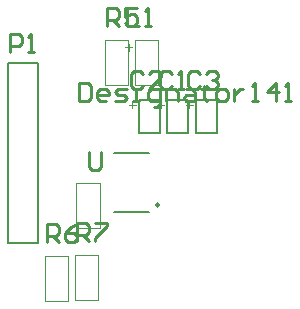
<source format=gto>
G04*
G04 #@! TF.GenerationSoftware,Altium Limited,Altium Designer,22.9.1 (49)*
G04*
G04 Layer_Color=65535*
%FSLAX25Y25*%
%MOIN*%
G70*
G04*
G04 #@! TF.SameCoordinates,238DCCA7-EAB9-45AF-8392-884DA2B8F986*
G04*
G04*
G04 #@! TF.FilePolarity,Positive*
G04*
G01*
G75*
%ADD10C,0.00787*%
%ADD11C,0.00394*%
%ADD12C,0.01000*%
D10*
X65781Y35559D02*
G03*
X65781Y35559I-557J0D01*
G01*
X68457Y70661D02*
X75543D01*
X68457Y59638D02*
Y70661D01*
Y59638D02*
X75543D01*
Y70661D01*
X58957D02*
X66043D01*
X58957Y59638D02*
Y70661D01*
Y59638D02*
X66043D01*
Y70661D01*
X77957D02*
X85043D01*
X77957Y59638D02*
Y70661D01*
Y59638D02*
X85043D01*
Y70661D01*
X50657Y52882D02*
X62468D01*
X50657Y33197D02*
X62468D01*
X15500Y83000D02*
X25500D01*
X15500Y23000D02*
X25500D01*
X15500D02*
Y83000D01*
X25500Y23000D02*
Y83000D01*
D11*
X38063Y28020D02*
X45937D01*
Y42980D01*
X38063D02*
X45937D01*
X38063Y28020D02*
Y42980D01*
X45437Y4020D02*
Y18980D01*
X37563Y4020D02*
X45437D01*
X37563D02*
Y18980D01*
X45437D01*
X35437Y3520D02*
Y18480D01*
X27563Y3520D02*
X35437D01*
X27563D02*
Y18480D01*
X35437D01*
X55594Y86937D02*
Y89299D01*
X54413Y88118D02*
X56776D01*
X65437Y75520D02*
Y90480D01*
X57563Y75520D02*
X65437D01*
X57563D02*
Y90480D01*
X65437D01*
X47563D02*
X55437D01*
X47563Y75520D02*
Y90480D01*
Y75520D02*
X55437D01*
Y90480D01*
X66357Y69874D02*
Y67775D01*
X67406Y68824D02*
X65307D01*
X56857Y69874D02*
Y67775D01*
X57906Y68824D02*
X55807D01*
X75857Y69874D02*
Y67775D01*
X76906Y68824D02*
X74807D01*
D12*
X38900Y76298D02*
Y70300D01*
X41899D01*
X42899Y71300D01*
Y75298D01*
X41899Y76298D01*
X38900D01*
X47897Y70300D02*
X45898D01*
X44898Y71300D01*
Y73299D01*
X45898Y74299D01*
X47897D01*
X48897Y73299D01*
Y72299D01*
X44898D01*
X50896Y70300D02*
X53895D01*
X54895Y71300D01*
X53895Y72299D01*
X51896D01*
X50896Y73299D01*
X51896Y74299D01*
X54895D01*
X56894Y70300D02*
X58894D01*
X57894D01*
Y74299D01*
X56894D01*
X63892Y68301D02*
X64892D01*
X65891Y69300D01*
Y74299D01*
X62892D01*
X61893Y73299D01*
Y71300D01*
X62892Y70300D01*
X65891D01*
X67891D02*
Y74299D01*
X70890D01*
X71889Y73299D01*
Y70300D01*
X74888Y74299D02*
X76888D01*
X77887Y73299D01*
Y70300D01*
X74888D01*
X73889Y71300D01*
X74888Y72299D01*
X77887D01*
X80886Y75298D02*
Y74299D01*
X79887D01*
X81886D01*
X80886D01*
Y71300D01*
X81886Y70300D01*
X85885D02*
X87884D01*
X88884Y71300D01*
Y73299D01*
X87884Y74299D01*
X85885D01*
X84885Y73299D01*
Y71300D01*
X85885Y70300D01*
X90883Y74299D02*
Y70300D01*
Y72299D01*
X91883Y73299D01*
X92883Y74299D01*
X93882D01*
X96881Y70300D02*
X98881D01*
X97881D01*
Y76298D01*
X96881Y75298D01*
X104879Y70300D02*
Y76298D01*
X101880Y73299D01*
X105878D01*
X107878Y70300D02*
X109877D01*
X108877D01*
Y76298D01*
X107878Y75298D01*
X38400Y23600D02*
Y29598D01*
X41399D01*
X42399Y28598D01*
Y26599D01*
X41399Y25599D01*
X38400D01*
X40399D02*
X42399Y23600D01*
X44398Y29598D02*
X48397D01*
Y28598D01*
X44398Y24600D01*
Y23600D01*
X28400Y23100D02*
Y29098D01*
X31399D01*
X32399Y28098D01*
Y26099D01*
X31399Y25099D01*
X28400D01*
X30399D02*
X32399Y23100D01*
X38397Y29098D02*
X36397Y28098D01*
X34398Y26099D01*
Y24100D01*
X35398Y23100D01*
X37397D01*
X38397Y24100D01*
Y25099D01*
X37397Y26099D01*
X34398D01*
X42400Y53198D02*
Y48200D01*
X43400Y47200D01*
X45399D01*
X46399Y48200D01*
Y53198D01*
X48400Y95100D02*
Y101098D01*
X51399D01*
X52399Y100098D01*
Y98099D01*
X51399Y97099D01*
X48400D01*
X50399D02*
X52399Y95100D01*
X58397Y101098D02*
X54398D01*
Y98099D01*
X56397Y99099D01*
X57397D01*
X58397Y98099D01*
Y96100D01*
X57397Y95100D01*
X55398D01*
X54398Y96100D01*
X16100Y86400D02*
Y92398D01*
X19099D01*
X20099Y91398D01*
Y89399D01*
X19099Y88399D01*
X16100D01*
X22098Y86400D02*
X24097D01*
X23098D01*
Y92398D01*
X22098Y91398D01*
X55200Y101098D02*
Y95100D01*
X59199D01*
X61198D02*
X63197D01*
X62198D01*
Y101098D01*
X61198Y100098D01*
X79399Y79098D02*
X78399Y80098D01*
X76400D01*
X75400Y79098D01*
Y75100D01*
X76400Y74100D01*
X78399D01*
X79399Y75100D01*
X81398Y79098D02*
X82398Y80098D01*
X84397D01*
X85397Y79098D01*
Y78099D01*
X84397Y77099D01*
X83397D01*
X84397D01*
X85397Y76099D01*
Y75100D01*
X84397Y74100D01*
X82398D01*
X81398Y75100D01*
X60399Y79098D02*
X59399Y80098D01*
X57400D01*
X56400Y79098D01*
Y75100D01*
X57400Y74100D01*
X59399D01*
X60399Y75100D01*
X66397Y74100D02*
X62398D01*
X66397Y78099D01*
Y79098D01*
X65397Y80098D01*
X63398D01*
X62398Y79098D01*
X69899D02*
X68899Y80098D01*
X66900D01*
X65900Y79098D01*
Y75100D01*
X66900Y74100D01*
X68899D01*
X69899Y75100D01*
X71898Y74100D02*
X73897D01*
X72898D01*
Y80098D01*
X71898Y79098D01*
M02*

</source>
